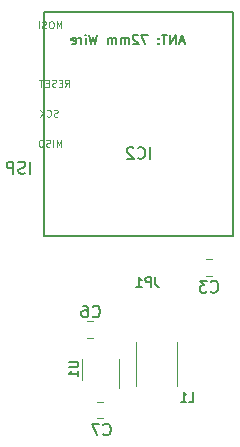
<source format=gbo>
G04 #@! TF.GenerationSoftware,KiCad,Pcbnew,(5.1.4)-1*
G04 #@! TF.CreationDate,2019-12-06T07:46:03+01:00*
G04 #@! TF.ProjectId,HM-LC-SW1-BA-PCB_mini_MAX1724,484d2d4c-432d-4535-9731-2d42412d5043,rev?*
G04 #@! TF.SameCoordinates,Original*
G04 #@! TF.FileFunction,Legend,Bot*
G04 #@! TF.FilePolarity,Positive*
%FSLAX46Y46*%
G04 Gerber Fmt 4.6, Leading zero omitted, Abs format (unit mm)*
G04 Created by KiCad (PCBNEW (5.1.4)-1) date 2019-12-06 07:46:03*
%MOMM*%
%LPD*%
G04 APERTURE LIST*
%ADD10C,0.150000*%
%ADD11C,0.100000*%
%ADD12C,0.120000*%
G04 APERTURE END LIST*
D10*
X185460952Y-90783333D02*
X185080000Y-90783333D01*
X185537142Y-91011904D02*
X185270476Y-90211904D01*
X185003809Y-91011904D01*
X184737142Y-91011904D02*
X184737142Y-90211904D01*
X184280000Y-91011904D01*
X184280000Y-90211904D01*
X184013333Y-90211904D02*
X183556190Y-90211904D01*
X183784761Y-91011904D02*
X183784761Y-90211904D01*
X183289523Y-90935714D02*
X183251428Y-90973809D01*
X183289523Y-91011904D01*
X183327619Y-90973809D01*
X183289523Y-90935714D01*
X183289523Y-91011904D01*
X183289523Y-90516666D02*
X183251428Y-90554761D01*
X183289523Y-90592857D01*
X183327619Y-90554761D01*
X183289523Y-90516666D01*
X183289523Y-90592857D01*
X182375238Y-90211904D02*
X181841904Y-90211904D01*
X182184761Y-91011904D01*
X181575238Y-90288095D02*
X181537142Y-90250000D01*
X181460952Y-90211904D01*
X181270476Y-90211904D01*
X181194285Y-90250000D01*
X181156190Y-90288095D01*
X181118095Y-90364285D01*
X181118095Y-90440476D01*
X181156190Y-90554761D01*
X181613333Y-91011904D01*
X181118095Y-91011904D01*
X180775238Y-91011904D02*
X180775238Y-90478571D01*
X180775238Y-90554761D02*
X180737142Y-90516666D01*
X180660952Y-90478571D01*
X180546666Y-90478571D01*
X180470476Y-90516666D01*
X180432380Y-90592857D01*
X180432380Y-91011904D01*
X180432380Y-90592857D02*
X180394285Y-90516666D01*
X180318095Y-90478571D01*
X180203809Y-90478571D01*
X180127619Y-90516666D01*
X180089523Y-90592857D01*
X180089523Y-91011904D01*
X179708571Y-91011904D02*
X179708571Y-90478571D01*
X179708571Y-90554761D02*
X179670476Y-90516666D01*
X179594285Y-90478571D01*
X179480000Y-90478571D01*
X179403809Y-90516666D01*
X179365714Y-90592857D01*
X179365714Y-91011904D01*
X179365714Y-90592857D02*
X179327619Y-90516666D01*
X179251428Y-90478571D01*
X179137142Y-90478571D01*
X179060952Y-90516666D01*
X179022857Y-90592857D01*
X179022857Y-91011904D01*
X178108571Y-90211904D02*
X177918095Y-91011904D01*
X177765714Y-90440476D01*
X177613333Y-91011904D01*
X177422857Y-90211904D01*
X177118095Y-91011904D02*
X177118095Y-90478571D01*
X177118095Y-90211904D02*
X177156190Y-90250000D01*
X177118095Y-90288095D01*
X177080000Y-90250000D01*
X177118095Y-90211904D01*
X177118095Y-90288095D01*
X176737142Y-91011904D02*
X176737142Y-90478571D01*
X176737142Y-90630952D02*
X176699047Y-90554761D01*
X176660952Y-90516666D01*
X176584761Y-90478571D01*
X176508571Y-90478571D01*
X175937142Y-90973809D02*
X176013333Y-91011904D01*
X176165714Y-91011904D01*
X176241904Y-90973809D01*
X176280000Y-90897619D01*
X176280000Y-90592857D01*
X176241904Y-90516666D01*
X176165714Y-90478571D01*
X176013333Y-90478571D01*
X175937142Y-90516666D01*
X175899047Y-90592857D01*
X175899047Y-90669047D01*
X176280000Y-90745238D01*
X172426190Y-101988880D02*
X172426190Y-100988880D01*
X171997619Y-101941261D02*
X171854761Y-101988880D01*
X171616666Y-101988880D01*
X171521428Y-101941261D01*
X171473809Y-101893642D01*
X171426190Y-101798404D01*
X171426190Y-101703166D01*
X171473809Y-101607928D01*
X171521428Y-101560309D01*
X171616666Y-101512690D01*
X171807142Y-101465071D01*
X171902380Y-101417452D01*
X171950000Y-101369833D01*
X171997619Y-101274595D01*
X171997619Y-101179357D01*
X171950000Y-101084119D01*
X171902380Y-101036500D01*
X171807142Y-100988880D01*
X171569047Y-100988880D01*
X171426190Y-101036500D01*
X170997619Y-101988880D02*
X170997619Y-100988880D01*
X170616666Y-100988880D01*
X170521428Y-101036500D01*
X170473809Y-101084119D01*
X170426190Y-101179357D01*
X170426190Y-101322214D01*
X170473809Y-101417452D01*
X170521428Y-101465071D01*
X170616666Y-101512690D01*
X170997619Y-101512690D01*
D11*
X175059857Y-99712428D02*
X175059857Y-99112428D01*
X174859857Y-99541000D01*
X174659857Y-99112428D01*
X174659857Y-99712428D01*
X174374142Y-99712428D02*
X174374142Y-99112428D01*
X174117000Y-99683857D02*
X174031285Y-99712428D01*
X173888428Y-99712428D01*
X173831285Y-99683857D01*
X173802714Y-99655285D01*
X173774142Y-99598142D01*
X173774142Y-99541000D01*
X173802714Y-99483857D01*
X173831285Y-99455285D01*
X173888428Y-99426714D01*
X174002714Y-99398142D01*
X174059857Y-99369571D01*
X174088428Y-99341000D01*
X174117000Y-99283857D01*
X174117000Y-99226714D01*
X174088428Y-99169571D01*
X174059857Y-99141000D01*
X174002714Y-99112428D01*
X173859857Y-99112428D01*
X173774142Y-99141000D01*
X173402714Y-99112428D02*
X173288428Y-99112428D01*
X173231285Y-99141000D01*
X173174142Y-99198142D01*
X173145571Y-99312428D01*
X173145571Y-99512428D01*
X173174142Y-99626714D01*
X173231285Y-99683857D01*
X173288428Y-99712428D01*
X173402714Y-99712428D01*
X173459857Y-99683857D01*
X173517000Y-99626714D01*
X173545571Y-99512428D01*
X173545571Y-99312428D01*
X173517000Y-99198142D01*
X173459857Y-99141000D01*
X173402714Y-99112428D01*
X174761428Y-97143857D02*
X174675714Y-97172428D01*
X174532857Y-97172428D01*
X174475714Y-97143857D01*
X174447142Y-97115285D01*
X174418571Y-97058142D01*
X174418571Y-97001000D01*
X174447142Y-96943857D01*
X174475714Y-96915285D01*
X174532857Y-96886714D01*
X174647142Y-96858142D01*
X174704285Y-96829571D01*
X174732857Y-96801000D01*
X174761428Y-96743857D01*
X174761428Y-96686714D01*
X174732857Y-96629571D01*
X174704285Y-96601000D01*
X174647142Y-96572428D01*
X174504285Y-96572428D01*
X174418571Y-96601000D01*
X173818571Y-97115285D02*
X173847142Y-97143857D01*
X173932857Y-97172428D01*
X173990000Y-97172428D01*
X174075714Y-97143857D01*
X174132857Y-97086714D01*
X174161428Y-97029571D01*
X174190000Y-96915285D01*
X174190000Y-96829571D01*
X174161428Y-96715285D01*
X174132857Y-96658142D01*
X174075714Y-96601000D01*
X173990000Y-96572428D01*
X173932857Y-96572428D01*
X173847142Y-96601000D01*
X173818571Y-96629571D01*
X173561428Y-97172428D02*
X173561428Y-96572428D01*
X173218571Y-97172428D02*
X173475714Y-96829571D01*
X173218571Y-96572428D02*
X173561428Y-96915285D01*
X175369428Y-94632428D02*
X175569428Y-94346714D01*
X175712285Y-94632428D02*
X175712285Y-94032428D01*
X175483714Y-94032428D01*
X175426571Y-94061000D01*
X175398000Y-94089571D01*
X175369428Y-94146714D01*
X175369428Y-94232428D01*
X175398000Y-94289571D01*
X175426571Y-94318142D01*
X175483714Y-94346714D01*
X175712285Y-94346714D01*
X175112285Y-94318142D02*
X174912285Y-94318142D01*
X174826571Y-94632428D02*
X175112285Y-94632428D01*
X175112285Y-94032428D01*
X174826571Y-94032428D01*
X174598000Y-94603857D02*
X174512285Y-94632428D01*
X174369428Y-94632428D01*
X174312285Y-94603857D01*
X174283714Y-94575285D01*
X174255142Y-94518142D01*
X174255142Y-94461000D01*
X174283714Y-94403857D01*
X174312285Y-94375285D01*
X174369428Y-94346714D01*
X174483714Y-94318142D01*
X174540857Y-94289571D01*
X174569428Y-94261000D01*
X174598000Y-94203857D01*
X174598000Y-94146714D01*
X174569428Y-94089571D01*
X174540857Y-94061000D01*
X174483714Y-94032428D01*
X174340857Y-94032428D01*
X174255142Y-94061000D01*
X173998000Y-94318142D02*
X173798000Y-94318142D01*
X173712285Y-94632428D02*
X173998000Y-94632428D01*
X173998000Y-94032428D01*
X173712285Y-94032428D01*
X173540857Y-94032428D02*
X173198000Y-94032428D01*
X173369428Y-94632428D02*
X173369428Y-94032428D01*
X175059857Y-89679428D02*
X175059857Y-89079428D01*
X174859857Y-89508000D01*
X174659857Y-89079428D01*
X174659857Y-89679428D01*
X174259857Y-89079428D02*
X174145571Y-89079428D01*
X174088428Y-89108000D01*
X174031285Y-89165142D01*
X174002714Y-89279428D01*
X174002714Y-89479428D01*
X174031285Y-89593714D01*
X174088428Y-89650857D01*
X174145571Y-89679428D01*
X174259857Y-89679428D01*
X174317000Y-89650857D01*
X174374142Y-89593714D01*
X174402714Y-89479428D01*
X174402714Y-89279428D01*
X174374142Y-89165142D01*
X174317000Y-89108000D01*
X174259857Y-89079428D01*
X173774142Y-89650857D02*
X173688428Y-89679428D01*
X173545571Y-89679428D01*
X173488428Y-89650857D01*
X173459857Y-89622285D01*
X173431285Y-89565142D01*
X173431285Y-89508000D01*
X173459857Y-89450857D01*
X173488428Y-89422285D01*
X173545571Y-89393714D01*
X173659857Y-89365142D01*
X173717000Y-89336571D01*
X173745571Y-89308000D01*
X173774142Y-89250857D01*
X173774142Y-89193714D01*
X173745571Y-89136571D01*
X173717000Y-89108000D01*
X173659857Y-89079428D01*
X173517000Y-89079428D01*
X173431285Y-89108000D01*
X173174142Y-89679428D02*
X173174142Y-89079428D01*
D12*
X181420000Y-119930000D02*
X181420000Y-116243748D01*
X184840000Y-119930000D02*
X184840000Y-116243748D01*
X178611252Y-122710000D02*
X178088748Y-122710000D01*
X178611252Y-121290000D02*
X178088748Y-121290000D01*
X177761252Y-115910000D02*
X177238748Y-115910000D01*
X177761252Y-114490000D02*
X177238748Y-114490000D01*
X187836252Y-110660000D02*
X187313748Y-110660000D01*
X187836252Y-109240000D02*
X187313748Y-109240000D01*
D10*
X189610000Y-107282000D02*
X173610000Y-107282000D01*
X173610000Y-107282000D02*
X173610000Y-88282000D01*
X173610000Y-88282000D02*
X189610000Y-88282000D01*
X189610000Y-88282000D02*
X189610000Y-107282000D01*
D12*
X179910000Y-117670000D02*
X179910000Y-120100000D01*
X176840000Y-119430000D02*
X176840000Y-117670000D01*
D10*
X185863333Y-121291904D02*
X186244285Y-121291904D01*
X186244285Y-120491904D01*
X185177619Y-121291904D02*
X185634761Y-121291904D01*
X185406190Y-121291904D02*
X185406190Y-120491904D01*
X185482380Y-120606190D01*
X185558571Y-120682380D01*
X185634761Y-120720476D01*
X178616666Y-124057142D02*
X178664285Y-124104761D01*
X178807142Y-124152380D01*
X178902380Y-124152380D01*
X179045238Y-124104761D01*
X179140476Y-124009523D01*
X179188095Y-123914285D01*
X179235714Y-123723809D01*
X179235714Y-123580952D01*
X179188095Y-123390476D01*
X179140476Y-123295238D01*
X179045238Y-123200000D01*
X178902380Y-123152380D01*
X178807142Y-123152380D01*
X178664285Y-123200000D01*
X178616666Y-123247619D01*
X178283333Y-123152380D02*
X177616666Y-123152380D01*
X178045238Y-124152380D01*
X177716666Y-114057142D02*
X177764285Y-114104761D01*
X177907142Y-114152380D01*
X178002380Y-114152380D01*
X178145238Y-114104761D01*
X178240476Y-114009523D01*
X178288095Y-113914285D01*
X178335714Y-113723809D01*
X178335714Y-113580952D01*
X178288095Y-113390476D01*
X178240476Y-113295238D01*
X178145238Y-113200000D01*
X178002380Y-113152380D01*
X177907142Y-113152380D01*
X177764285Y-113200000D01*
X177716666Y-113247619D01*
X176859523Y-113152380D02*
X177050000Y-113152380D01*
X177145238Y-113200000D01*
X177192857Y-113247619D01*
X177288095Y-113390476D01*
X177335714Y-113580952D01*
X177335714Y-113961904D01*
X177288095Y-114057142D01*
X177240476Y-114104761D01*
X177145238Y-114152380D01*
X176954761Y-114152380D01*
X176859523Y-114104761D01*
X176811904Y-114057142D01*
X176764285Y-113961904D01*
X176764285Y-113723809D01*
X176811904Y-113628571D01*
X176859523Y-113580952D01*
X176954761Y-113533333D01*
X177145238Y-113533333D01*
X177240476Y-113580952D01*
X177288095Y-113628571D01*
X177335714Y-113723809D01*
X187716666Y-111957142D02*
X187764285Y-112004761D01*
X187907142Y-112052380D01*
X188002380Y-112052380D01*
X188145238Y-112004761D01*
X188240476Y-111909523D01*
X188288095Y-111814285D01*
X188335714Y-111623809D01*
X188335714Y-111480952D01*
X188288095Y-111290476D01*
X188240476Y-111195238D01*
X188145238Y-111100000D01*
X188002380Y-111052380D01*
X187907142Y-111052380D01*
X187764285Y-111100000D01*
X187716666Y-111147619D01*
X187383333Y-111052380D02*
X186764285Y-111052380D01*
X187097619Y-111433333D01*
X186954761Y-111433333D01*
X186859523Y-111480952D01*
X186811904Y-111528571D01*
X186764285Y-111623809D01*
X186764285Y-111861904D01*
X186811904Y-111957142D01*
X186859523Y-112004761D01*
X186954761Y-112052380D01*
X187240476Y-112052380D01*
X187335714Y-112004761D01*
X187383333Y-111957142D01*
X183016666Y-110761904D02*
X183016666Y-111333333D01*
X183054761Y-111447619D01*
X183130952Y-111523809D01*
X183245238Y-111561904D01*
X183321428Y-111561904D01*
X182635714Y-111561904D02*
X182635714Y-110761904D01*
X182330952Y-110761904D01*
X182254761Y-110800000D01*
X182216666Y-110838095D01*
X182178571Y-110914285D01*
X182178571Y-111028571D01*
X182216666Y-111104761D01*
X182254761Y-111142857D01*
X182330952Y-111180952D01*
X182635714Y-111180952D01*
X181416666Y-111561904D02*
X181873809Y-111561904D01*
X181645238Y-111561904D02*
X181645238Y-110761904D01*
X181721428Y-110876190D01*
X181797619Y-110952380D01*
X181873809Y-110990476D01*
X182586190Y-100734380D02*
X182586190Y-99734380D01*
X181538571Y-100639142D02*
X181586190Y-100686761D01*
X181729047Y-100734380D01*
X181824285Y-100734380D01*
X181967142Y-100686761D01*
X182062380Y-100591523D01*
X182110000Y-100496285D01*
X182157619Y-100305809D01*
X182157619Y-100162952D01*
X182110000Y-99972476D01*
X182062380Y-99877238D01*
X181967142Y-99782000D01*
X181824285Y-99734380D01*
X181729047Y-99734380D01*
X181586190Y-99782000D01*
X181538571Y-99829619D01*
X181157619Y-99829619D02*
X181110000Y-99782000D01*
X181014761Y-99734380D01*
X180776666Y-99734380D01*
X180681428Y-99782000D01*
X180633809Y-99829619D01*
X180586190Y-99924857D01*
X180586190Y-100020095D01*
X180633809Y-100162952D01*
X181205238Y-100734380D01*
X180586190Y-100734380D01*
X175711904Y-117890476D02*
X176359523Y-117890476D01*
X176435714Y-117928571D01*
X176473809Y-117966666D01*
X176511904Y-118042857D01*
X176511904Y-118195238D01*
X176473809Y-118271428D01*
X176435714Y-118309523D01*
X176359523Y-118347619D01*
X175711904Y-118347619D01*
X176511904Y-119147619D02*
X176511904Y-118690476D01*
X176511904Y-118919047D02*
X175711904Y-118919047D01*
X175826190Y-118842857D01*
X175902380Y-118766666D01*
X175940476Y-118690476D01*
M02*

</source>
